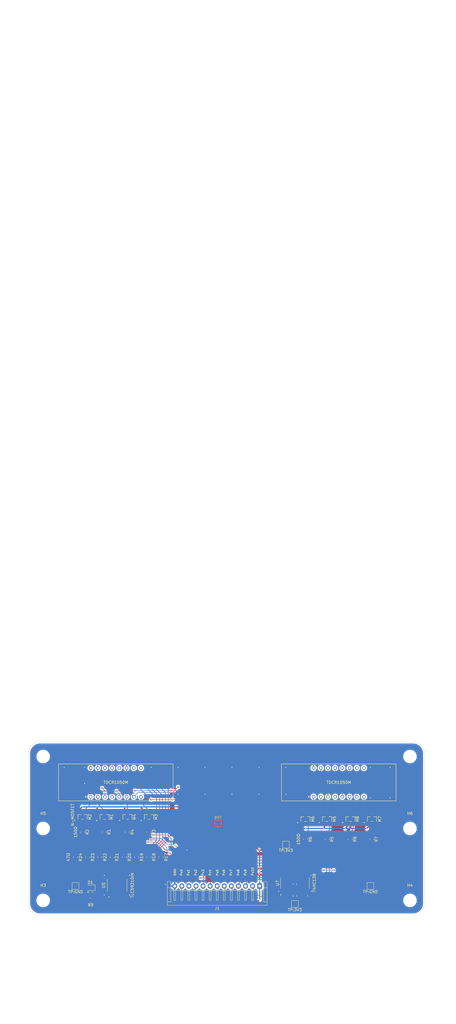
<source format=kicad_pcb>
(kicad_pcb (version 20240108) (generator "pcbnew") (generator_version "8.0")
  (layers (0 "F.Cu" signal) (31 "B.Cu" signal) (34 "B.Paste" user) (35 "F.Paste" user) (36 "B.SilkS" user "B.Silkscreen") (37 "F.SilkS" user "F.Silkscreen") (38 "B.Mask" user) (39 "F.Mask" user) (44 "Edge.Cuts" user))
  (net 0 "")
  (net 1 "GND")
  (net 2 "PB9")
  (net 3 "PB8")
  (net 4 "+3.3V")
  (net 5 "PB4")
  (net 6 "PB6")
  (net 7 "PB0")
  (net 8 "PB5")
  (net 9 "PB2")
  (net 10 "PB1")
  (net 11 "PB3")
  (net 12 "PB7")
  (net 13 "PB10")
  (net 14 "R1")
  (net 15 "R2")
  (net 16 "R3")
  (net 17 "R4")
  (net 18 "R5")
  (net 19 "R6")
  (net 20 "E")
  (net 21 "R7")
  (net 22 "D")
  (net 23 "C")
  (net 24 "B")
  (net 25 "A")
  (net 26 "R8")
  (net 27 "H")
  (net 28 "G")
  (net 29 "F")
  (net 30 "C2")
  (net 32 "C3")
  (net 35 "C1")
  (net 36 "C4")
  (net 38 "C8")
  (net 39 "C5")
  (net 40 "C7")
  (net 41 "C6")
  (net 42 "Net-(M1A-B)")
  (net 43 "Net-(M2A-B)")
  (net 44 "Net-(M3A-B)")
  (net 45 "Net-(M4A-B)")
  (net 46 "Net-(M5A-B)")
  (net 47 "Net-(M6A-B)")
  (net 48 "Net-(M7A-B)")
  (net 49 "Net-(M8A-B)")
  (net 54 "Net-(D1-A)")
  (net 57 "Net-(U5-*Y1)")
  (net 58 "Net-(U5-*Y2)")
  (net 59 "Net-(U5-*Y3)")
  (net 60 "Net-(U5-*Y4)")
  (net 61 "Net-(U5-*Y5)")
  (net 62 "Net-(U5-*Y6)")
  (net 63 "Net-(U5-*Y7)")
  (net 64 "Net-(U5-*Y8)")
  (footprint "Resistor_SMD:R_0805_2012Metric_Pad1.20x1.40mm_HandSolder" (layer "F.Cu") (at 87.63 161.283452 -90)
    (property "Reference" "R1")
    (property "Value" "150Ω")
  )
  (footprint "Resistor_SMD:R_0805_2012Metric_Pad1.20x1.40mm_HandSolder" (layer "F.Cu") (at 107.696 170.148 90)
    (property "Reference" "R17")
    (property "Value" "47Ω")
  )
  (footprint "Resistor_SMD:R_0805_2012Metric_Pad1.20x1.40mm_HandSolder" (layer "F.Cu") (at 99.06 170.164 90)
    (property "Reference" "R19")
    (property "Value" "47Ω")
  )
  (footprint "TLC59211IPWR-LEDDRIVER:SOP65P640X120-20N" (layer "F.Cu") (at 92.162 180.046 90)
    (property "Reference" "U5")
    (property "Value" "TLC59210IN")
  )
  (footprint "Connector_JST:JST_EH_S13B-EH_1x13_P2.50mm_Horizontal" (layer "F.Cu") (at 142.508 180.3475 180)
    (property "Reference" "J1")
    (property "Value" "Conn_01x13_Socket")
  )
  (footprint "TestPoint:TestPoint_Pad_2.0x2.0mm" (layer "F.Cu") (at 151.765 165.735)
    (property "Reference" "TP3" (hide yes))
    (property "Value" "TP:3V3")
  )
  (footprint "Resistor_SMD:R_0805_2012Metric_Pad1.20x1.40mm_HandSolder" (layer "F.Cu") (at 80.01 161.283452 -90)
    (property "Reference" "R2")
    (property "Value" "150Ω")
  )
  (footprint "PMBT2907A_235:TO-236AB_SOT23_NEX" (layer "F.Cu") (at 182.183999 156.718)
    (property "Reference" "M7")
    (property "Value" "N-MOSFET")
  )
  (footprint "Resistor_SMD:R_0805_2012Metric_Pad1.20x1.40mm_HandSolder" (layer "F.Cu") (at 103.378 170.164 90)
    (property "Reference" "R18")
    (property "Value" "47Ω")
  )
  (footprint "Resistor_SMD:R_0805_2012Metric_Pad1.20x1.40mm_HandSolder" (layer "F.Cu") (at 77.47 170.164 90)
    (property "Reference" "R24")
    (property "Value" "47Ω")
  )
  (footprint "Resistor_SMD:R_0805_2012Metric_Pad1.20x1.40mm_HandSolder" (layer "F.Cu") (at 82.82 185.42 180)
    (property "Reference" "R9")
    (property "Value" "xΩ")
  )
  (footprint "PMBT2907A_235:TO-236AB_SOT23_NEX" (layer "F.Cu") (at 103.443999 155.956)
    (property "Reference" "M3")
    (property "Value" "N-MOSFET")
  )
  (footprint "MountingHole:MountingHole_4.3mm_M4" (layer "F.Cu") (at 195.58 160.02)
    (property "Reference" "H6")
    (property "Value" "2M")
  )
  (footprint "Resistor_SMD:R_0805_2012Metric_Pad1.20x1.40mm_HandSolder" (layer "F.Cu") (at 81.788 170.164 90)
    (property "Reference" "R23")
    (property "Value" "47Ω")
  )
  (footprint "TDCR1050M-4-7-seg-display:TDCG1060M_VIS" (layer "F.Cu") (at 161.544 148.844 90)
    (property "Reference" "U2" (hide yes))
    (property "Value" "TDCR1050M")
  )
  (footprint "MountingHole:MountingHole_4.3mm_M4" (layer "F.Cu") (at 66.04 134.62)
    (property "Reference" "H1" (hide yes))
    (property "Value" "2M")
  )
  (footprint "TDCR1050M-4-7-seg-display:TDCG1060M_VIS" (layer "F.Cu") (at 82.804 148.844 90)
    (property "Reference" "U1" (hide yes))
    (property "Value" "TDCR1050M")
  )
  (footprint "MountingHole:MountingHole_4.3mm_M4" (layer "F.Cu") (at 66.04 185.42)
    (property "Reference" "H3")
    (property "Value" "2M")
  )
  (footprint "PMBT2907A_235:TO-236AB_SOT23_NEX" (layer "F.Cu") (at 166.304001 156.718)
    (property "Reference" "M5")
    (property "Value" "N-MOSFET")
  )
  (footprint "MountingHole:MountingHole_4.3mm_M4" (layer "F.Cu") (at 66.04 160.02)
    (property "Reference" "H5")
    (property "Value" "2M")
  )
  (footprint "Resistor_SMD:R_0805_2012Metric_Pad1.20x1.40mm_HandSolder" (layer "F.Cu") (at 182.118 163.846 -90)
    (property "Reference" "R7")
    (property "Value" "150Ω")
  )
  (footprint "Resistor_SMD:R_0805_2012Metric_Pad1.20x1.40mm_HandSolder" (layer "F.Cu") (at 174.498 163.846 -90)
    (property "Reference" "R8")
    (property "Value" "150Ω")
  )
  (footprint "PMBT2907A_235:TO-236AB_SOT23_NEX" (layer "F.Cu") (at 95.823999 155.956)
    (property "Reference" "M4")
    (property "Value" "N-MOSFET")
  )
  (footprint "TestPoint:TestPoint_Pad_2.0x2.0mm" (layer "F.Cu") (at 154.94 186.69)
    (property "Reference" "TP2" (hide yes))
    (property "Value" "TP:3V3")
  )
  (footprint "Resistor_SMD:R_0805_2012Metric_Pad1.20x1.40mm_HandSolder" (layer "F.Cu") (at 86.106 170.164 90)
    (property "Reference" "R22")
    (property "Value" "47Ω")
  )
  (footprint "PMBT2907A_235:TO-236AB_SOT23_NEX" (layer "F.Cu") (at 174.563999 156.718)
    (property "Reference" "M8")
    (property "Value" "N-MOSFET")
  )
  (footprint "PMBT2907A_235:TO-236AB_SOT23_NEX" (layer "F.Cu") (at 158.684001 156.718)
    (property "Reference" "M6")
    (property "Value" "N-MOSFET")
  )
  (footprint "SN74HC138DR-MUX:SOIC127P600X175-16N" (layer "F.Cu") (at 154.94 179.324 90)
    (property "Reference" "U7")
    (property "Value" "74HC138")
  )
  (footprint "MountingHole:MountingHole_4.3mm_M4" (layer "F.Cu") (at 195.58 185.42)
    (property "Reference" "H4")
    (property "Value" "2M")
  )
  (footprint "Resistor_SMD:R_0805_2012Metric_Pad1.20x1.40mm_HandSolder" (layer "F.Cu") (at 95.758 161.283452 -90)
    (property "Reference" "R4")
    (property "Value" "150Ω")
  )
  (footprint "MountingHole:MountingHole_4.3mm_M4" (layer "F.Cu") (at 195.58 134.62)
    (property "Reference" "H2" (hide yes))
    (property "Value" "2M")
  )
  (footprint "Resistor_SMD:R_0805_2012Metric_Pad1.20x1.40mm_HandSolder" (layer "F.Cu") (at 158.75 163.846 -90)
    (property "Reference" "R6")
    (property "Value" "150Ω")
  )
  (footprint "Resistor_SMD:R_0805_2012Metric_Pad1.20x1.40mm_HandSolder" (layer "F.Cu") (at 94.742 170.164 90)
    (property "Reference" "R20")
    (property "Value" "47Ω")
  )
  (footprint "Resistor_SMD:R_0805_2012Metric_Pad1.20x1.40mm_HandSolder" (layer "F.Cu") (at 90.424 170.164 90)
    (property "Reference" "R21")
    (property "Value" "47Ω")
  )
  (footprint "PMBT2907A_235:TO-236AB_SOT23_NEX" (layer "F.Cu") (at 79.944001 155.956)
    (property "Reference" "M2")
    (property "Value" "N-MOSFET")
  )
  (footprint "LED_SMD:LED_0805_2012Metric" (layer "F.Cu") (at 82.7255 180.975 180)
    (property "Reference" "D1")
    (property "Value" "LED")
  )
  (footprint "PMBT2907A_235:TO-236AB_SOT23_NEX" (layer "F.Cu") (at 87.698798 155.956)
    (property "Reference" "M1")
    (property "Value" "N-MOSFET")
  )
  (footprint "Resistor_SMD:R_0805_2012Metric_Pad1.20x1.40mm_HandSolder" (layer "F.Cu") (at 103.378 161.283452 -90)
    (property "Reference" "R3")
    (property "Value" "150Ω")
  )
  (footprint "Resistor_SMD:R_0805_2012Metric_Pad1.20x1.40mm_HandSolder" (layer "F.Cu") (at 166.37 163.83 -90)
    (property "Reference" "R5")
    (property "Value" "150Ω")
  )
  (footprint "TestPoint:TestPoint_Pad_2.0x2.0mm" (layer "F.Cu") (at 77.47 180.34)
    (property "Reference" "TP4" (hide yes))
    (property "Value" "TP:GND")
  )
  (footprint "TestPoint:TestPoint_Pad_2.0x2.0mm" (layer "F.Cu") (at 181.61 180.34)
    (property "Reference" "TP5" (hide yes))
    (property "Value" "TP:GND")
  )
  (footprint "TestPoint:TestPoint_Pad_2.0x2.0mm" (layer "B.Cu") (at 127.762 158.242 180)
    (property "Reference" "TP6")
    (property "Value" "TP:GND")
  )
  (gr_line (start 64.96 129.54) (end 196.66 129.54) (stroke (width 0.1)) (layer "Edge.Cuts"))
  (gr_arc (start 60.96 133.54) (mid 62.131573 130.711573) (end 64.96 129.54) (stroke (width 0.1)) (layer "Edge.Cuts"))
  (gr_arc (start 64.96 190.5) (mid 62.131573 189.328427) (end 60.96 186.5) (stroke (width 0.1)) (layer "Edge.Cuts"))
  (gr_line (start 196.66 190.5) (end 64.96 190.5) (stroke (width 0.1)) (layer "Edge.Cuts"))
  (gr_arc (start 200.66 186.5) (mid 199.488427 189.328427) (end 196.66 190.5) (stroke (width 0.1)) (layer "Edge.Cuts"))
  (gr_line (start 200.66 133.54) (end 200.66 186.5) (stroke (width 0.1)) (layer "Edge.Cuts"))
  (gr_line (start 60.96 186.5) (end 60.96 133.54) (stroke (width 0.1)) (layer "Edge.Cuts"))
  (gr_arc (start 196.66 129.54) (mid 199.488427 130.711573) (end 200.66 133.54) (stroke (width 0.1)) (layer "Edge.Cuts"))
  (gr_text "Px8" (at 135.382 176.784 90) (layer "F.SilkS") (effects (font (size 0.8 0.8) (thickness 0.15) (bold yes)) (justify left bottom)))
  (gr_text "Px9" (at 137.922 176.784 90) (layer "F.SilkS") (effects (font (size 0.8 0.8) (thickness 0.15) (bold yes)) (justify left bottom)))
  (gr_text "GND" (at 113.03 176.784 90) (layer "F.SilkS") (effects (font (size 0.8 0.8) (thickness 0.15) (bold yes)) (justify left bottom)))
  (gr_text "+3V3" (at 142.748 176.784 90) (layer "F.SilkS") (effects (font (size 0.8 0.8) (thickness 0.15) (bold yes)) (justify left bottom)))
  (gr_text "Px3" (at 122.936 176.784 90) (layer "F.SilkS") (effects (font (size 0.8 0.8) (thickness 0.15) (bold yes)) (justify left bottom)))
  (gr_text "Px4" (at 125.476 176.784 90) (layer "F.SilkS") (effects (font (size 0.8 0.8) (thickness 0.15) (bold yes)) (justify left bottom)))
  (gr_text "Px7" (at 132.842 176.784 90) (layer "F.SilkS") (effects (font (size 0.8 0.8) (thickness 0.15) (bold yes)) (justify left bottom)))
  (gr_text "Px10" (at 140.462 176.784 90) (layer "F.SilkS") (effects (font (size 0.8 0.8) (thickness 0.15) (bold yes)) (justify left bottom)))
  (gr_text "150Ω" (at 156.21 163.83 90) (layer "F.SilkS") (effects (font (size 1 1))))
  (gr_text "Px0" (at 115.316 176.784 90) (layer "F.SilkS") (effects (font (size 0.8 0.8) (thickness 0.15) (bold yes)) (justify left bottom)))
  (gr_text "Px1" (at 117.814677 176.784 90) (layer "F.SilkS") (effects (font (size 0.8 0.8) (thickness 0.15) (bold yes)) (justify left bottom)))
  (gr_text "Px6" (at 130.302 176.784 90) (layer "F.SilkS") (effects (font (size 0.8 0.8) (thickness 0.15) (bold yes)) (justify left bottom)))
  (gr_text "- +\n" (at 84.109663 182.895507 0) (layer "F.SilkS") (effects (font (size 0.8 0.8) (thickness 0.15) (bold yes)) (justify left bottom mirror)))
  (gr_text "Px2" (at 120.396 176.784 90) (layer "F.SilkS") (effects (font (size 0.8 0.8) (thickness 0.15) (bold yes)) (justify left bottom)))
  (gr_text "Px5" (at 128.016 176.784 90) (layer "F.SilkS") (effects (font (size 0.8 0.8) (thickness 0.15) (bold yes)) (justify left bottom)))
  (segment (start 95.874 177.176) (end 96.52 176.53) (width 0.45) (layer "F.Cu") (net 1))
  (segment (start 95.087 177.176) (end 95.874 177.176) (width 0.45) (layer "F.Cu") (net 1))
  (via (at 160.740814 182.245) (size 0.6) (drill 0.3) (layers "F.Cu" "B.Cu") (net 1))
  (via (at 96.52 183.515) (size 0.6) (drill 0.3) (layers "F.Cu" "B.Cu") (net 1))
  (via (at 149.225 182.245) (size 0.6) (drill 0.3) (layers "F.Cu" "B.Cu") (net 1))
  (via (at 87.63 183.515) (size 0.6) (drill 0.3) (layers "F.Cu" "B.Cu") (net 1))
  (via (at 80.645 144.145) (size 0.6) (drill 0.3) (layers "F.Cu" "B.Cu") (net 1))
  (via (at 113.665 147.955) (size 0.6) (drill 0.3) (layers "F.Cu" "B.Cu") (net 1))
  (via (at 123.19 147.955) (size 0.6) (drill 0.3) (layers "F.Cu" "B.Cu") (net 1))
  (via (at 181.61 138.43) (size 0.6) (drill 0.3) (layers "F.Cu" "B.Cu") (net 1))
  (via (at 123.19 138.43) (size 0.6) (drill 0.3) (layers "F.Cu" "B.Cu") (net 1))
  (via (at 151.765 138.43) (size 0.6) (drill 0.3) (layers "F.Cu" "B.Cu") (net 1))
  (via (at 113.665 138.43) (size 0.6) (drill 0.3) (layers "F.Cu" "B.Cu") (net 1))
  (via (at 96.52 176.53) (size 0.6) (drill 0.3) (layers "F.Cu" "B.Cu") (net 1))
  (via (at 132.715 147.955) (size 0.6) (drill 0.3) (layers "F.Cu" "B.Cu") (net 1))
  (via (at 188.595 149.225) (size 0.6) (drill 0.3) (layers "F.Cu" "B.Cu") (net 1))
  (via (at 87.63 176.53) (size 0.6) (drill 0.3) (layers "F.Cu" "B.Cu") (net 1))
  (via (at 154.305 179.677841) (size 0.6) (drill 0.3) (layers "F.Cu" "B.Cu") (net 1))
  (via (at 155.575 183.897367) (size 0.6) (drill 0.3) (layers "F.Cu" "B.Cu") (net 1))
  (via (at 142.24 138.43) (size 0.6) (drill 0.3) (layers "F.Cu" "B.Cu") (net 1))
  (via (at 142.24 147.955) (size 0.6) (drill 0.3) (layers "F.Cu" "B.Cu") (net 1))
  (via (at 104.14 138.43) (size 0.6) (drill 0.3) (layers "F.Cu" "B.Cu") (net 1))
  (via (at 155.575 179.705) (size 0.6) (drill 0.3) (layers "F.Cu" "B.Cu") (net 1))
  (via (at 132.715 138.43) (size 0.6) (drill 0.3) (layers "F.Cu" "B.Cu") (net 1))
  (via (at 181.61 149.225) (size 0.6) (drill 0.3) (layers "F.Cu" "B.Cu") (net 1))
  (via (at 109.22 179.832) (size 0.6) (drill 0.3) (layers "F.Cu" "B.Cu") (net 1))
  (via (at 154.305 183.897367) (size 0.6) (drill 0.3) (layers "F.Cu" "B.Cu") (net 1))
  (via (at 188.595 138.43) (size 0.6) (drill 0.3) (layers "F.Cu" "B.Cu") (net 1))
  (via (at 73.474895 138.411431) (size 0.6) (drill 0.3) (layers "F.Cu" "B.Cu") (net 1))
  (via (at 160.655 176.53) (size 0.6) (drill 0.3) (layers "F.Cu" "B.Cu") (net 1))
  (via (at 159.375074 183.81583) (size 0.6) (drill 0.3) (layers "F.Cu" "B.Cu") (net 1))
  (via (at 80.645 138.43) (size 0.6) (drill 0.3) (layers "F.Cu" "B.Cu") (net 1))
  (via (at 151.765 147.955) (size 0.6) (drill 0.3) (layers "F.Cu" "B.Cu") (net 1))
  (via (at 116.84 167.64) (size 0.6) (drill 0.3) (layers "F.Cu" "B.Cu") (net 1))
  (segment (start 112.508 180.3475) (end 112.508 171.972) (width 0.45) (layer "B.Cu") (net 1))
  (segment (start 112.508 171.972) (end 116.84 167.64) (width 0.45) (layer "B.Cu") (net 1))
  (segment (start 143.531276 178.075276) (end 148.844 183.388) (width 0.2032) (layer "F.Cu") (net 2))
  (segment (start 137.668 179.952) (end 137.762 180.046) (width 0.2032) (layer "F.Cu") (net 2))
  (segment (start 137.762 179.832) (end 137.762 179.23) (width 0.2032) (layer "F.Cu") (net 2))
  (segment (start 148.844 183.388) (end 151.160999 183.388) (width 0.2032) (layer "F.Cu") (net 2))
  (segment (start 151.160999 183.388) (end 151.765 182.783999) (width 0.2032) (layer "F.Cu") (net 2))
  (segment (start 151.765 182.783999) (end 151.765 181.799) (width 0.2032) (layer "F.Cu") (net 2))
  (segment (start 138.916724 178.075276) (end 143.531276 178.075276) (width 0.2032) (layer "F.Cu") (net 2))
  (segment (start 137.762 179.23) (end 138.916724 178.075276) (width 0.2032) (layer "F.Cu") (net 2))
  (segment (start 137.508 180.086) (end 137.762 179.832) (width 0.2032) (layer "F.Cu") (net 2))
  (segment (start 137.508 180.3475) (end 137.508 180.086) (width 0.2032) (layer "F.Cu") (net 2))
  (segment (start 137.762 180.046) (end 137.762 179.832) (width 0.2032) (layer "F.Cu") (net 2))
  (segment (start 147.828 177.292) (end 150.495 179.959) (width 0.2032) (layer "F.Cu") (net 3))
  (segment (start 135.262 179.324) (end 135.262 178.682) (width 0.2032) (layer "F.Cu") (net 3))
  (segment (start 135.008 179.578) (end 135.262 179.324) (width 0.2032) (layer "F.Cu") (net 3))
  (segment (start 135.008 180.3475) (end 135.008 179.578) (width 0.2032) (layer "F.Cu") (net 3))
  (segment (start 136.652 177.292) (end 147.828 177.292) (width 0.2032) (layer "F.Cu") (net 3))
  (segment (start 135.262 180.046) (end 135.262 179.324) (width 0.2032) (layer "F.Cu") (net 3))
  (segment (start 150.495 179.959) (end 150.495 181.799) (width 0.2032) (layer "F.Cu") (net 3))
  (segment (start 135.262 178.682) (end 136.652 177.292) (width 0.2032) (layer "F.Cu") (net 3))
  (segment (start 127 152.4) (end 113.03 152.4) (width 0.45) (layer "F.Cu") (net 4))
  (segment (start 155.04968 186.69) (end 140.97 186.69) (width 0.45) (layer "F.Cu") (net 4))
  (segment (start 86.36 186.69) (end 86.36 185.42) (width 0.45) (layer "F.Cu") (net 4))
  (segment (start 78.994 153.229719) (end 78.994 156.972) (width 0.45) (layer "F.Cu") (net 4))
  (segment (start 165.354 157.734) (end 165.354 159.766) (width 0.45) (layer "F.Cu") (net 4))
  (segment (start 142.508 185.152) (end 138.343061 189.316939) (width 0.45) (layer "F.Cu") (net 4))
  (segment (start 94.873998 152.401354) (end 94.873998 156.972) (width 0.45) (layer "F.Cu") (net 4))
  (segment (start 79.823719 152.4) (end 78.994 153.229719) (width 0.45) (layer "F.Cu") (net 4))
  (segment (start 85.09 152.4) (end 85.09 153.67) (width 0.45) (layer "F.Cu") (net 4))
  (segment (start 102.493998 154.563998) (end 100.33 152.4) (width 0.45) (layer "F.Cu") (net 4))
  (segment (start 86.36 181.61) (end 89.237 178.733) (width 0.45) (layer "F.Cu") (net 4))
  (segment (start 156.845 181.799) (end 156.845 184.89468) (width 0.45) (layer "F.Cu") (net 4))
  (segment (start 181.233998 157.734) (end 181.233998 159.126002) (width 0.45) (layer "F.Cu") (net 4))
  (segment (start 157.48 160.02) (end 154.94 162.56) (width 0.45) (layer "F.Cu") (net 4))
  (segment (start 158.75 160.02) (end 157.48 160.02) (width 0.45) (layer "F.Cu") (net 4))
  (segment (start 142.24 167.64) (end 127 152.4) (width 0.45) (layer "F.Cu") (net 4))
  (segment (start 85.09 153.67) (end 86.748797 155.328797) (width 0.45) (layer "F.Cu") (net 4))
  (segment (start 86.36 185.42) (end 86.36 181.61) (width 0.45) (layer "F.Cu") (net 4))
  (segment (start 142.508 175.26) (end 148.906 175.26) (width 0.45) (layer "F.Cu") (net 4))
  (segment (start 181.233998 159.126002) (end 180.34 160.02) (width 0.45) (layer "F.Cu") (net 4))
  (segment (start 140.97 186.69) (end 142.508 185.152) (width 0.45) (layer "F.Cu") (net 4))
  (segment (start 94.875352 152.4) (end 94.873998 152.401354) (width 0.45) (layer "F.Cu") (net 4))
  (segment (start 138.343061 189.316939) (end 88.986939 189.316939) (width 0.45) (layer "F.Cu") (net 4))
  (segment (start 89.237 178.733) (end 89.237 177.176) (width 0.45) (layer "F.Cu") (net 4))
  (segment (start 173.613998 157.734) (end 173.613998 159.126002) (width 0.45) (layer "F.Cu") (net 4))
  (segment (start 173.613998 159.126002) (end 172.72 160.02) (width 0.45) (layer "F.Cu") (net 4))
  (segment (start 86.748797 155.328797) (end 86.748797 156.972) (width 0.45) (layer "F.Cu") (net 4))
  (segment (start 148.906 175.26) (end 150.495 176.849) (width 0.45) (layer "F.Cu") (net 4))
  (segment (start 156.845 184.89468) (end 155.04968 186.69) (width 0.45) (layer "F.Cu") (net 4))
  (segment (start 83.82 185.42) (end 86.36 185.42) (width 0.45) (layer "F.Cu") (net 4))
  (segment (start 157.734 159.766) (end 157.734 157.734) (width 0.45) (layer "F.Cu") (net 4))
  (segment (start 149.86 167.64) (end 154.94 162.56) (width 0.45) (layer "F.Cu") (net 4))
  (segment (start 154.94 162.56) (end 157.734 159.766) (width 0.45) (layer "F.Cu") (net 4))
  (segment (start 165.354 159.766) (end 165.1 160.02) (width 0.45) (layer "F.Cu") (net 4))
  (segment (start 142.24 167.64) (end 149.86 167.64) (width 0.45) (layer "F.Cu") (net 4))
  (segment (start 102.493998 156.972) (end 102.493998 154.563998) (width 0.45) (layer "F.Cu") (net 4))
  (segment (start 88.986939 189.316939) (end 86.36 186.69) (width 0.45) (layer "F.Cu") (net 4))
  (via (at 85.09 152.4) (size 0.6) (drill 0.3) (layers "F.Cu" "B.Cu") (net 4))
  (via (at 142.508 185.152) (size 0.6) (drill 0.3) (layers "F.Cu" "B.Cu") (net 4))
  (via (at 180.34 160.02) (size 0.6) (drill 0.3) (layers "F.Cu" "B.Cu") (net 4))
  (via (at 94.875352 152.4) (size 0.6) (drill 0.3) (layers "F.Cu" "B.Cu") (net 4))
  (via (at 100.33 152.4) (size 0.6) (drill 0.3) (layers "F.Cu" "B.Cu") (net 4))
  (via (at 158.75 160.02) (size 0.6) (drill 0.3) (layers "F.Cu" "B.Cu") (net 4))
  (via (at 79.823719 152.4) (size 0.6) (drill 0.3) (layers "F.Cu" "B.Cu") (net 4))
  (via (at 113.03 152.4) (size 0.6) (drill 0.3) (layers "F.Cu" "B.Cu") (net 4))
  (via (at 142.508 175.26) (size 0.6) (drill 0.3) (layers "F.Cu" "B.Cu") (net 4))
  (via (at 172.72 160.02) (size 0.6) (drill 0.3) (layers "F.Cu" "B.Cu") (net 4))
  (via (at 165.1 160.02) (size 0.6) (drill 0.3) (layers "F.Cu" "B.Cu") (net 4))
  (via (at 142.24 167.64) (size 0.6) (drill 0.3) (layers "F.Cu" "B.Cu") (net 4))
  (segment (start 158.75 160.02) (end 165.1 160.02) (width 0.45) (layer "B.Cu") (net 4))
  (segment (start 142.508 167.908) (end 142.24 167.64) (width 0.45) (layer "B.Cu") (net 4))
  (segment (start 165.1 160.02) (end 172.72 160.02) (width 0.45) (layer "B.Cu") (net 4))
  (segment (start 79.823719 152.4) (end 113.03 152.4) (width 0.45) (layer "B.Cu") (net 4))
  (segment (start 142.508 180.3475) (end 142.508 175.26) (width 0.45) (layer "B.Cu") (net 4))
  (segment (start 172.72 160.02) (end 180.34 160.02) (width 0.45) (layer "B.Cu") (net 4))
  (segment (start 142.508 185.152) (end 142.508 180.3475) (width 0.45) (layer "B.Cu") (net 4))
  (segment (start 142.508 175.26) (end 142.508 167.908) (width 0.45) (layer "B.Cu") (net 4))
  (segment (start 91.654 179.03) (end 90.537 180.147) (width 0.2032) (layer "F.Cu") (net 5))
  (segment (start 90.537 180.147) (end 90.537 182.916) (width 0.2032) (layer "F.Cu") (net 5))
  (segment (start 121.7196 177.506) (end 98.258 177.506) (width 0.2032) (layer "F.Cu") (net 5))
  (segment (start 98.258 177.506) (end 96.734 179.03) (width 0.2032) (layer "F.Cu") (net 5))
  (segment (start 96.734 179.03) (end 91.654 179.03) (width 0.2032) (layer "F.Cu") (net 5))
  (via (at 121.7196 177.506) (size 0.6) (drill 0.3) (layers "F.Cu" "B.Cu") (net 5))
  (segment (start 125.008 180.3475) (end 125.008 179.578) (width 0.2032) (layer "B.Cu") (net 5))
  (segment (start 125.262 179.324) (end 125.262 180.046) (width 0.2032) (layer "B.Cu") (net 5))
  (segment (start 125.008 179.578) (end 125.262 179.324) (width 0.2032) (layer "B.Cu") (net 5))
  (segment (start 123.658 177.506) (end 125.262 179.11) (width 0.2032) (layer "B.Cu") (net 5))
  (segment (start 125.262 179.11) (end 125.262 179.324) (width 0.2032) (layer "B.Cu") (net 5))
  (segment (start 121.7196 177.506) (end 123.658 177.506) (width 0.2032) (layer "B.Cu") (net 5))
  (segment (start 130.262 180.046) (end 130.262 181.356) (width 0.2032) (layer "F.Cu") (net 6))
  (segment (start 130.262 181.356) (end 130.262 184.11) (width 0.2032) (layer "F.Cu") (net 6))
  (segment (start 130.008 180.3475) (end 130.008 181.102) (width 0.2032) (layer "F.Cu") (net 6))
  (segment (start 130.262 184.11) (end 128.738 185.634) (width 0.2032) (layer "F.Cu") (net 6))
  (segment (start 130.008 181.102) (end 130.262 181.356) (width 0.2032) (layer "F.Cu") (net 6))
  (segment (start 128.738 185.634) (end 93.686 185.634) (width 0.2032) (layer "F.Cu") (net 6))
  (segment (start 93.686 185.634) (end 92.487 184.435) (width 0.2032) (layer "F.Cu") (net 6))
  (segment (start 92.487 184.435) (end 92.487 182.916) (width 0.2032) (layer "F.Cu") (net 6))
  (segment (start 93.137 181.611) (end 94.222705 180.525295) (width 0.2032) (layer "F.Cu") (net 7))
  (segment (start 115.008 180.3) (end 115.262 180.046) (width 0.2032) (layer "F.Cu") (net 7))
  (segment (start 107.881295 180.525295) (end 110.45 183.094) (width 0.2032) (layer "F.Cu") (net 7))
  (segment (start 115.008 181.584) (end 115.008 180.3) (width 0.2032) (layer "F.Cu") (net 7))
  (segment (start 94.222705 180.525295) (end 107.881295 180.525295) (width 0.2032) (layer "F.Cu") (net 7))
  (segment (start 93.137 182.916) (end 93.137 181.611) (width 0.2032) (layer "F.Cu") (net 7))
  (segment (start 110.45 183.094) (end 113.498 183.094) (width 0.2032) (layer "F.Cu") (net 7))
  (segment (start 113.498 183.094) (end 115.008 181.584) (width 0.2032) (layer "F.Cu") (net 7))
  (segment (start 95.21 184.618) (end 94.437 183.845) (width 0.2032) (layer "F.Cu") (net 8))
  (segment (start 127.762 180.046) (end 127.762 183.562) (width 0.2032) (layer "F.Cu") (net 8))
  (segment (start 94.437 183.845) (end 94.437 182.916) (width 0.2032) (layer "F.Cu") (net 8))
  (segment (start 128.0085 180.848) (end 127.508 180.3475) (width 0.2032) (layer "F.Cu") (net 8))
  (segment (start 127.762 183.562) (end 126.706 184.618) (width 0.2032) (layer "F.Cu") (net 8))
  (segment (start 128.016 180.848) (end 128.0085 180.848) (width 0.2032) (layer "F.Cu") (net 8))
  (segment (start 126.706 184.618) (end 95.21 184.618) (width 0.2032) (layer "F.Cu") (net 8))
  (segment (start 93.787 182.916) (end 93.787 182.131001) (width 0.2032) (layer "F.Cu") (net 9))
  (segment (start 107.641647 181.301647) (end 109.942 183.602) (width 0.2032) (layer "F.Cu") (net 9))
  (segment (start 109.942 183.602) (end 117.642 183.602) (width 0.2032) (layer "F.Cu") (net 9))
  (segment (start 120.262 180.982) (end 120.262 180.046) (width 0.2032) (layer "F.Cu") (net 9))
  (segment (start 117.642 183.602) (end 120.262 180.982) (width 0.2032) (layer "F.Cu") (net 9))
  (segment (start 94.616354 181.301647) (end 107.641647 181.301647) (width 0.2032) (layer "F.Cu") (net 9))
  (segment (start 93.787 182.131001) (end 94.616354 181.301647) (width 0.2032) (layer "F.Cu") (net 9))
  (segment (start 92.67 179.538) (end 97.242 179.538) (width 0.2032) (layer "F.Cu") (net 10))
  (segment (start 117.762 180.0935) (end 117.762 180.046) (width 0.2032) (layer "F.Cu") (net 10))
  (segment (start 91.837 182.916) (end 91.837 180.371) (width 0.2032) (layer "F.Cu") (net 10))
  (segment (start 91.837 180.371) (end 92.67 179.538) (width 0.2032) (layer "F.Cu") (net 10))
  (segment (start 98.258 178.522) (end 115.6825 178.522) (width 0.2032) (layer "F.Cu") (net 10))
  (segment (start 115.6825 178.522) (end 117.508 180.3475) (width 0.2032) (layer "F.Cu") (net 10))
  (segment (start 117.508 180.3475) (end 117.762 180.0935) (width 0.2032) (layer "F.Cu") (net 10))
  (segment (start 97.242 179.538) (end 98.258 178.522) (width 0.2032) (layer "F.Cu") (net 10))
  (segment (start 122.134 176.49) (end 98.258 176.49) (width 0.2032) (layer "F.Cu") (net 11))
  (segment (start 96.226 178.522) (end 91.146 178.522) (width 0.2032) (layer "F.Cu") (net 11))
  (segment (start 91.146 178.522) (end 89.887 179.781) (width 0.2032) (layer "F.Cu") (net 11))
  (segment (start 122.508 180.3475) (end 122.508 180.3) (width 0.2032) (layer "F.Cu") (net 11))
  (segment (start 98.258 176.49) (end 96.226 178.522) (width 0.2032) (layer "F.Cu") (net 11))
  (segment (start 122.508 180.3) (end 122.762 180.046) (width 0.2032) (layer "F.Cu") (net 11))
  (segment (start 122.762 180.046) (end 122.762 177.118) (width 0.2032) (layer "F.Cu") (net 11))
  (segment (start 122.762 177.118) (end 122.134 176.49) (width 0.2032) (layer "F.Cu") (net 11))
  (segment (start 89.887 179.781) (end 89.887 182.916) (width 0.2032) (layer "F.Cu") (net 11))
  (segment (start 132.762 180.046) (end 132.762 181.356) (width 0.2032) (layer "F.Cu") (net 12))
  (segment (start 132.762 184.658) (end 130.77 186.65) (width 0.2032) (layer "F.Cu") (net 12))
  (segment (start 130.77 186.65) (end 92.67 186.65) (width 0.2032) (layer "F.Cu") (net 12))
  (segment (start 92.67 186.65) (end 91.187 185.167) (width 0.2032) (layer "F.Cu") (net 12))
  (segment (start 132.508 181.102) (end 132.762 181.356) (width 0.2032) (layer "F.Cu") (net 12))
  (segment (start 132.762 181.356) (end 132.762 184.658) (width 0.2032) (layer "F.Cu") (net 12))
  (segment (start 132.508 180.3475) (end 132.508 181.102) (width 0.2032) (layer "F.Cu") (net 12))
  (segment (start 91.187 185.167) (end 91.187 182.916) (width 0.2032) (layer "F.Cu") (net 12))
  (segment (start 140.262 181.918) (end 142.387002 184.043002) (width 0.2032) (layer "F.Cu") (net 13))
  (segment (start 153.035 183.261) (end 153.035 181.799) (width 0.2032) (layer "F.Cu") (net 13))
  (segment (start 140.262 180.046) (end 140.262 181.918) (width 0.2032) (layer "F.Cu") (net 13))
  (segment (start 142.387002 184.043002) (end 152.252998 184.043002) (width 0.2032) (layer "F.Cu") (net 13))
  (segment (start 140.008 180.648) (end 140.208 180.848) (width 0.2032) (layer "F.Cu") (net 13))
  (segment (start 140.008 180.648) (end 140.008 180.3475) (width 0.2032) (layer "F.Cu") (net 13))
  (segment (start 152.252998 184.043002) (end 153.035 183.261) (width 0.2032) (layer "F.Cu") (net 13))
  (segment (start 149.86 173.228) (end 151.765 175.133) (width 0.2032) (layer "F.Cu") (net 14))
  (segment (start 104.14 164.084) (end 87.884 164.084) (width 0.2032) (layer "F.Cu") (net 14))
  (segment (start 110.744 168.656) (end 115.316 173.228) (width 0.2032) (layer "F.Cu") (net 14))
  (segment (start 87.63 163.83) (end 87.63 162.283452) (width 0.2032) (layer "F.Cu") (net 14))
  (segment (start 115.316 173.228) (end 149.86 173.228) (width 0.2032) (layer "F.Cu") (net 14))
  (segment (start 151.765 175.133) (end 151.765 176.849) (width 0.2032) (layer "F.Cu") (net 14))
  (segment (start 87.884 164.084) (end 87.63 163.83) (width 0.2032) (layer "F.Cu") (net 14))
  (via (at 104.14 164.084) (size 0.6) (drill 0.3) (layers "F.Cu" "B.Cu") (net 14))
  (via (at 110.744 168.656) (size 0.6) (drill 0.3) (layers "F.Cu" "B.Cu") (net 14))
  (segment (start 110.744 168.656) (end 110.236 168.656) (width 0.2032) (layer "B.Cu") (net 14))
  (segment (start 110.236 168.656) (end 109.728 168.148) (width 0.2032) (layer "B.Cu") (net 14))
  (segment (start 107.022792 164.084) (end 104.14 164.084) (width 0.2032) (layer "B.Cu") (net 14))
  (segment (start 109.728 166.789208) (end 107.022792 164.084) (width 0.2032) (layer "B.Cu") (net 14))
  (segment (start 109.728 168.148) (end 109.728 166.789208) (width 0.2032) (layer "B.Cu") (net 14))
  (segment (start 111.252 167.64) (end 115.824 172.212) (width 0.2032) (layer "F.Cu") (net 15))
  (segment (start 109.22 167.64) (end 111.252 167.64) (width 0.2032) (layer "F.Cu") (net 15))
  (segment (start 150.368 172.212) (end 153.035 174.879) (width 0.2032) (layer "F.Cu") (net 15))
  (segment (start 80.471761 164.799761) (end 80.01 164.338) (width 0.2032) (layer "F.Cu") (net 15))
  (segment (start 103.124 164.818114) (end 103.105647 164.799761) (width 0.2032) (layer "F.Cu") (net 15))
  (segment (start 103.105647 164.799761) (end 80.471761 164.799761) (width 0.2032) (layer "F.Cu") (net 15))
  (segment (start 115.824 172.212) (end 150.368 172.212) (width 0.2032) (layer "F.Cu") (net 15))
  (segment (start 153.035 174.879) (end 153.035 176.849) (width 0.2032) (layer "F.Cu") (net 15))
  (segment (start 108.712 167.132) (end 109.22 167.64) (width 0.2032) (layer "F.Cu") (net 15))
  (segment (start 80.01 164.338) (end 80.01 162.283452) (width 0.2032) (layer "F.Cu") (net 15))
  (via (at 108.712 167.132) (size 0.6) (drill 0.3) (layers "F.Cu" "B.Cu") (net 15))
  (via (at 103.124 164.818114) (size 0.6) (drill 0.3) (layers "F.Cu" "B.Cu") (net 15))
  (segment (start 108.712 167.132) (end 106.398114 164.818114) (width 0.2032) (layer "B.Cu") (net 15))
  (segment (start 106.398114 164.818114) (end 103.124 164.818114) (width 0.2032) (layer "B.Cu") (net 15))
  (segment (start 154.294528 175.568318) (end 154.305 175.57879) (width 0.2032) (layer "F.Cu") (net 16))
  (segment (start 154.305 175.57879) (end 154.305 176.849) (width 0.2032) (layer "F.Cu") (net 16))
  (segment (start 104.879452 162.283452) (end 103.378 162.283452) (width 0.2032) (layer "F.Cu") (net 16))
  (segment (start 116.332 171.196) (end 150.876 171.196) (width 0.2032) (layer "F.Cu") (net 16))
  (segment (start 150.876 171.196) (end 154.294528 174.614528) (width 0.2032) (layer "F.Cu") (net 16))
  (segment (start 111.252 163.576) (end 111.252 166.116) (width 0.2032) (layer "F.Cu") (net 16))
  (segment (start 111.252 166.116) (end 116.332 171.196) (width 0.2032) (layer "F.Cu") (net 16))
  (segment (start 154.294528 174.614528) (end 154.294528 175.568318) (width 0.2032) (layer "F.Cu") (net 16))
  (via (at 104.879452 162.283452) (size 0.6) (drill 0.3) (layers "F.Cu" "B.Cu") (net 16))
  (via (at 111.252 163.576) (size 0.6) (drill 0.3) (layers "F.Cu" "B.Cu") (net 16))
  (segment (start 109.985772 162.309772) (end 104.905772 162.309772) (width 0.2032) (layer "B.Cu") (net 16))
  (segment (start 104.905772 162.309772) (end 104.879452 162.283452) (width 0.2032) (layer "B.Cu") (net 16))
  (segment (start 111.252 163.576) (end 109.985772 162.309772) (width 0.2032) (layer "B.Cu") (net 16))
  (segment (start 95.758 162.814) (end 95.758 162.283452) (width 0.2032) (layer "F.Cu") (net 17))
  (segment (start 112.776 166.116) (end 116.84 170.18) (width 0.2032) (layer "F.Cu") (net 17))
  (segment (start 155.575 174.582824) (end 155.575 176.849) (width 0.2032) (layer "F.Cu") (net 17))
  (segment (start 151.172176 170.18) (end 155.575 174.582824) (width 0.2032) (layer "F.Cu") (net 17))
  (segment (start 116.84 170.18) (end 151.172176 170.18) (width 0.2032) (layer "F.Cu") (net 17))
  (segment (start 105.156 163.4712) (end 96.4152 163.4712) (width 0.2032) (layer "F.Cu") (net 17))
  (segment (start 96.4152 163.4712) (end 95.758 162.814) (width 0.2032) (layer "F.Cu") (net 17))
  (via (at 112.776 166.116) (size 0.6) (drill 0.3) (layers "F.Cu" "B.Cu") (net 17))
  (via (at 105.156 163.4712) (size 0.6) (drill 0.3) (layers "F.Cu" "B.Cu") (net 17))
  (segment (start 107.5912 163.4712) (end 105.156 163.4712) (width 0.2032) (layer "B.Cu") (net 17))
  (segment (start 112.776 166.116) (end 112.268 165.608) (width 0.2032) (layer "B.Cu") (net 17))
  (segment (start 109.728 165.608) (end 107.5912 163.4712) (width 0.2032) (layer "B.Cu") (net 17))
  (segment (start 112.268 165.608) (end 109.728 165.608) (width 0.2032) (layer "B.Cu") (net 17))
  (segment (start 157.48 178.816) (end 164.084 178.816) (width 0.2032) (layer "F.Cu") (net 18))
  (segment (start 166.116 176.784) (end 166.116 165.084) (width 0.2032) (layer "F.Cu") (net 18))
  (segment (start 166.116 165.084) (end 166.37 164.83) (width 0.2032) (layer "F.Cu") (net 18))
  (segment (start 156.845 178.181) (end 157.48 178.816) (width 0.2032) (layer "F.Cu") (net 18))
  (segment (start 164.084 178.816) (end 166.116 176.784) (width 0.2032) (layer "F.Cu") (net 18))
  (segment (start 156.845 176.849) (end 156.845 178.181) (width 0.2032) (layer "F.Cu") (net 18))
  (segment (start 158.115 168.529) (end 158.75 167.894) (width 0.2032) (layer "F.Cu") (net 19))
  (segment (start 158.75 167.894) (end 158.75 164.846) (width 0.2032) (layer "F.Cu") (net 19))
  (segment (start 158.115 176.849) (end 158.115 168.529) (width 0.2032) (layer "F.Cu") (net 19))
  (segment (start 171.704 144.018) (end 174.244 141.478) (width 0.2032) (layer "F.Cu") (net 20))
  (segment (start 96.012 136.906) (end 155.448 136.906) (width 0.2032) (layer "F.Cu") (net 20))
  (segment (start 155.448 136.906) (end 156.464 137.922) (width 0.2032) (layer "F.Cu") (net 20))
  (segment (start 156.464 137.922) (end 156.464 141.478) (width 0.2032) (layer "F.Cu") (net 20))
  (segment (start 107.696 166.624) (end 107.696 169.148) (width 0.2032) (layer "F.Cu") (net 20))
  (segment (start 110.236 164.084) (end 107.696 166.624) (width 0.2032) (layer "F.Cu") (net 20))
  (segment (start 110.236 146.304) (end 110.236 164.084) (width 0.2032) (layer "F.Cu") (net 20))
  (segment (start 159.004 144.018) (end 171.704 144.018) (width 0.2032) (layer "F.Cu") (net 20))
  (segment (start 174.244 141.478) (end 174.244 138.684) (width 0.2032) (layer "F.Cu") (net 20))
  (segment (start 156.464 141.478) (end 159.004 144.018) (width 0.2032) (layer "F.Cu") (net 20))
  (segment (start 95.504 140.208) (end 96.52 141.224) (width 0.2032) (layer "F.Cu") (net 20))
  (segment (start 95.504 137.414) (end 96.012 136.906) (width 0.2032) (layer "F.Cu") (net 20))
  (segment (start 95.504 138.684) (end 95.504 140.208) (width 0.2032) (layer "F.Cu") (net 20))
  (segment (start 96.52 141.224) (end 105.156 141.224) (width 0.2032) (layer "F.Cu") (net 20))
  (segment (start 95.504 138.684) (end 95.504 137.414) (width 0.2032) (layer "F.Cu") (net 20))
  (segment (start 105.156 141.224) (end 110.236 146.304) (width 0.2032) (layer "F.Cu") (net 20))
  (segment (start 168.656 174.752) (end 175.26 174.752) (width 0.2032) (layer "F.Cu") (net 21))
  (segment (start 182.118 167.894) (end 182.118 164.846) (width 0.2032) (layer "F.Cu") (net 21))
  (segment (start 175.26 174.752) (end 182.118 167.894) (width 0.2032) (layer "F.Cu") (net 21))
  (segment (start 160.02 174.752) (end 165.1 174.752) (width 0.2032) (layer "F.Cu") (net 21))
  (segment (start 159.385 176.849) (end 159.385 175.387) (width 0.2032) (layer "F.Cu") (net 21))
  (segment (start 159.385 175.387) (end 160.02 174.752) (width 0.2032) (layer "F.Cu") (net 21))
  (via (at 165.1 174.752) (size 0.6) (drill 0.3) (layers "F.Cu" "B.Cu") (net 21))
  (via (at 168.656 174.752) (size 0.6) (drill 0.3) (layers "F.Cu" "B.Cu") (net 21))
  (segment (start 165.1 174.752) (end 168.656 174.752) (width 0.2032) (layer "B.Cu") (net 21))
  (segment (start 109.22 164.084) (end 109.22 147.32) (width 0.2032) (layer "F.Cu") (net 22))
  (segment (start 106.172 167.132) (end 109.22 164.084) (width 0.2032) (layer "F.Cu") (net 22))
  (segment (start 90.424 136.906) (end 90.424 138.684) (width 0.2032) (layer "F.Cu") (net 22))
  (segment (start 103.378 169.164) (end 103.378 167.894) (width 0.2032) (layer "F.Cu") (net 22))
  (segment (start 157.734 136.906) (end 156.718 135.89) (width 0.2032) (layer "F.Cu") (net 22))
  (segment (start 103.378 167.894) (end 104.14 167.132) (width 0.2032) (layer "F.Cu") (net 22))
  (segment (start 157.734 140.97) (end 157.734 136.906) (width 0.2032) (layer "F.Cu") (net 22))
  (segment (start 91.948 142.24) (end 90.424 140.716) (width 0.2032) (layer "F.Cu") (net 22))
  (segment (start 169.164 138.684) (end 169.164 141.224) (width 0.2032) (layer "F.Cu") (net 22))
  (segment (start 159.766 143.002) (end 157.734 140.97) (width 0.2032) (layer "F.Cu") (net 22))
  (segment (start 104.14 167.132) (end 106.172 167.132) (width 0.2032) (layer "F.Cu") (net 22))
  (segment (start 91.44 135.89) (end 90.424 136.906) (width 0.2032) (layer "F.Cu") (net 22))
  (segment (start 104.14 142.24) (end 91.948 142.24) (width 0.2032) (layer "F.Cu") (net 22))
  (segment (start 167.386 143.002) (end 159.766 143.002) (width 0.2032) (layer "F.Cu") (net 22))
  (segment (start 169.164 141.224) (end 167.386 143.002) (width 0.2032) (layer "F.Cu") (net 22))
  (segment (start 109.22 147.32) (end 104.14 142.24) (width 0.2032) (layer "F.Cu") (net 22))
  (segment (start 156.718 135.89) (end 91.44 135.89) (width 0.2032) (layer "F.Cu") (net 22))
  (segment (start 90.424 140.716) (end 90.424 138.684) (width 0.2032) (layer "F.Cu") (net 22))
  (segment (start 158.75 136.398) (end 157.226 134.874) (width 0.2032) (layer "F.Cu") (net 23))
  (segment (start 87.884 136.144) (end 87.884 138.684) (width 0.2032) (layer "F.Cu") (net 23))
  (segment (start 90.424 143.256) (end 103.124 143.256) (width 0.2032) (layer "F.Cu") (net 23))
  (segment (start 158.75 140.462) (end 158.75 136.398) (width 0.2032) (layer "F.Cu") (net 23))
  (segment (start 157.226 134.874) (end 89.154 134.874) (width 0.2032) (layer "F.Cu") (net 23))
  (segment (start 166.624 138.684) (end 166.624 140.716) (width 0.2032) (layer "F.Cu") (net 23))
  (segment (start 160.274 141.986) (end 158.75 140.462) (width 0.2032) (layer "F.Cu") (net 23))
  (segment (start 103.124 143.256) (end 108.204 148.336) (width 0.2032) (layer "F.Cu") (net 23))
  (segment (start 108.204 164.084) (end 105.664 166.624) (width 0.2032) (layer "F.Cu") (net 23))
  (segment (start 166.624 140.716) (end 165.354 141.986) (width 0.2032) (layer "F.Cu") (net 23))
  (segment (start 87.884 140.716) (end 90.424 143.256) (width 0.2032) (layer "F.Cu") (net 23))
  (segment (start 99.06 167.64) (end 99.06 169.164) (width 0.2032) (layer "F.Cu") (net 23))
  (segment (start 105.664 166.624) (end 100.076 166.624) (width 0.2032) (layer "F.Cu") (net 23))
  (segment (start 87.884 138.684) (end 87.884 140.716) (width 0.2032) (layer "F.Cu") (net 23))
  (segment (start 108.204 148.336) (end 108.204 164.084) (width 0.2032) (layer "F.Cu") (net 23))
  (segment (start 100.076 166.624) (end 99.06 167.64) (width 0.2032) (layer "F.Cu") (net 23))
  (segment (start 165.354 141.986) (end 160.274 141.986) (width 0.2032) (layer "F.Cu") (net 23))
  (segment (start 89.154 134.874) (end 87.884 136.144) (width 0.2032) (layer "F.Cu") (net 23))
  (segment (start 164.084 139.7) (end 162.814 140.97) (width 0.2032) (layer "F.Cu") (net 24))
  (segment (start 160.782 140.97) (end 159.766 139.954) (width 0.2032) (layer "F.Cu") (net 24))
  (segment (start 94.742 167.386) (end 96.012 166.116) (width 0.2032) (layer "F.Cu") (net 24))
  (segment (start 159.766 135.89) (end 157.734 133.858) (width 0.2032) (layer "F.Cu") (net 24))
  (segment (start 159.766 139.954) (end 159.766 135.89) (width 0.2032) (layer "F.Cu") (net 24))
  (segment (start 86.36 133.858) (end 85.344 134.874) (width 0.2032) (layer "F.Cu") (net 24))
  (segment (start 162.814 140.97) (end 160.782 140.97) (width 0.2032) (layer "F.Cu") (net 24))
  (segment (start 157.734 133.858) (end 86.36 133.858) (width 0.2032) (layer "F.Cu") (net 24))
  (segment (start 102.334058 143.990058) (end 88.618058 143.990058) (width 0.2032) (layer "F.Cu") (net 24))
  (segment (start 85.344 134.874) (end 85.344 138.684) (width 0.2032) (layer "F.Cu") (net 24))
  (segment (start 105.156 166.116) (end 107.188 164.084) (width 0.2032) (layer "F.Cu") (net 24))
  (segment (start 164.084 138.684) (end 164.084 139.7) (width 0.2032) (layer "F.Cu") (net 24))
  (segment (start 85.344 140.716) (end 85.344 138.684) (width 0.2032) (layer "F.Cu") (net 24))
  (segment (start 96.012 166.116) (end 105.156 166.116) (width 0.2032) (layer "F.Cu") (net 24))
  (segment (start 88.618058 143.990058) (end 85.344 140.716) (width 0.2032) (layer "F.Cu") (net 24))
  (segment (start 107.188 164.084) (end 107.188 148.844) (width 0.2032) (layer "F.Cu") (net 24))
  (segment (start 94.742 169.164) (end 94.742 167.386) (width 0.2032) (layer "F.Cu") (net 24))
  (segment (start 107.188 148.844) (end 102.334058 143.990058) (width 0.2032) (layer "F.Cu") (net 24))
  (segment (start 91.948 165.608) (end 104.648 165.608) (width 0.2032) (layer "F.Cu") (net 25))
  (segment (start 158.75 132.842) (end 85.09 132.842) (width 0.2032) (layer "F.Cu") (net 25))
  (segment (start 85.09 132.842) (end 82.804 135.128) (width 0.2032) (layer "F.Cu") (net 25))
  (segment (start 104.648 165.608) (end 106.051744 164.204256) (width 0.2032) (layer "F.Cu") (net 25))
  (segment (start 90.424 167.132) (end 91.948 165.608) (width 0.2032) (layer "F.Cu") (net 25))
  (segment (start 106.051744 164.204256) (end 106.051744 149.231744) (width 0.2032) (layer "F.Cu") (net 25))
  (segment (start 86.868 144.78) (end 82.804 140.716) (width 0.2032) (layer "F.Cu") (net 25))
  (segment (start 161.544 135.636) (end 158.75 132.842) (width 0.2032) (layer "F.Cu") (net 25))
  (segment (start 82.804 135.128) (end 82.804 138.684) (width 0.2032) (layer "F.Cu") (net 25))
  (segment (start 106.051744 149.231744) (end 101.6 144.78) (width 0.2032) (layer "F.Cu") (net 25))
  (segment (start 82.804 140.716) (end 82.804 138.684) (width 0.2032) (layer "F.Cu") (net 25))
  (segment (start 101.6 144.78) (end 86.868 144.78) (width 0.2032) (layer "F.Cu") (net 25))
  (segment (start 90.424 169.164) (end 90.424 167.132) (width 0.2032) (layer "F.Cu") (net 25))
  (segment (start 161.544 138.684) (end 161.544 135.636) (width 0.2032) (layer "F.Cu") (net 25))
  (segment (start 164.882971 179.541029) (end 158.786971 179.541029) (width 0.2032) (layer "F.Cu") (net 26))
  (segment (start 174.498 166.37) (end 167.132 173.736) (width 0.2032) (layer "F.Cu") (net 26))
  (segment (start 167.132 177.292) (end 164.882971 179.541029) (width 0.2032) (layer "F.Cu") (net 26))
  (segment (start 174.498 164.846) (end 174.498 166.37) (width 0.2032) (layer "F.Cu") (net 26))
  (segment (start 158.115 180.213) (end 158.115 181.799) (width 0.2032) (layer "F.Cu") (net 26))
  (segment (start 158.786971 179.541029) (end 158.115 180.213) (width 0.2032) (layer "F.Cu") (net 26))
  (segment (start 167.132 173.736) (end 167.132 177.292) (width 0.2032) (layer "F.Cu") (net 26))
  (segment (start 76.2 164.084) (end 76.2 150.368) (width 0.2032) (layer "F.Cu") (net 27))
  (segment (start 78.74 166.624) (end 76.2 164.084) (width 0.2032) (layer "F.Cu") (net 27))
  (segment (start 78.74 147.828) (end 97.028 147.828) (width 0.2032) (layer "F.Cu") (net 27))
  (segment (start 176.784 147.574) (end 176.784 148.844) (width 0.2032) (layer "F.Cu") (net 27))
  (segment (start 85.344 166.624) (end 78.74 166.624) (width 0.2032) (layer "F.Cu") (net 27))
  (segment (start 174.625 145.415) (end 176.784 147.574) (width 0.2032) (layer "F.Cu") (net 27))
  (segment (start 86.106 169.164) (end 86.106 167.386) (width 0.2032) (layer "F.Cu") (net 27))
  (segment (start 76.2 150.368) (end 78.74 147.828) (width 0.2032) (layer "F.Cu") (net 27))
  (segment (start 113.665 145.415) (end 174.625 145.415) (width 0.2032) (layer "F.Cu") (net 27))
  (segment (start 86.106 167.386) (end 85.344 166.624) (width 0.2032) (layer "F.Cu") (net 27))
  (segment (start 97.028 147.828) (end 98.044 148.844) (width 0.2032) (layer "F.Cu") (net 27))
  (via (at 113.665 145.415) (size 0.6) (drill 0.3) (layers "F.Cu" "B.Cu") (net 27))
  (segment (start 113.665 145.415) (end 111.76 147.32) (width 0.2032) (layer "B.Cu") (net 27))
  (segment (start 99.568 147.32) (end 98.044 148.844) (width 0.2032) (layer "B.Cu") (net 27))
  (segment (start 111.76 147.32) (end 99.568 147.32) (width 0.2032) (layer "B.Cu") (net 27))
  (segment (start 74.676 150.368) (end 78.232 146.812) (width 0.2032) (layer "F.Cu") (net 28))
  (segment (start 170.815 146.685) (end 171.704 147.574) (width 0.2032) (layer "F.Cu") (net 28))
  (segment (start 92.075 146.685) (end 91.948 146.812) (width 0.2032) (layer "F.Cu") (net 28))
  (segment (start 74.676 164.084) (end 74.676 150.368) (width 0.2032) (layer "F.Cu") (net 28))
  (segment (start 81.788 168.148) (end 81.28 167.64) (width 0.2032) (layer "F.Cu") (net 28))
  (segment (start 111.125 146.685) (end 170.815 146.685) (width 0.2032) (layer "F.Cu") (net 28))
  (segment (start 81.788 169.164) (end 81.788 168.148) (width 0.2032) (layer "F.Cu") (net 28))
  (segment (start 78.232 146.812) (end 91.948 146.812) (width 0.2032) (layer "F.Cu") (net 28))
  (segment (start 81.28 167.64) (end 78.232 167.64) (width 0.2032) (layer "F.Cu") (net 28))
  (segment (start 98.425 146.685) (end 92.075 146.685) (width 0.2032) (layer "F.Cu") (net 28))
  (segment (start 78.232 167.64) (end 74.676 164.084) (width 0.2032) (layer "F.Cu") (net 28))
  (segment (start 171.704 147.574) (end 171.704 148.844) (width 0.2032) (layer "F.Cu") (net 28))
  (via (at 111.125 146.685) (size 0.6) (drill 0.3) (layers "F.Cu" "B.Cu") (net 28))
  (via (at 91.948 146.812) (size 0.6) (drill 0.3) (layers "F.Cu" "B.Cu") (net 28))
  (via (at 98.425 146.685) (size 0.6) (drill 0.3) (layers "F.Cu" "B.Cu") (net 28))
  (segment (start 92.964 147.828) (end 92.964 148.844) (width 0.2032) (layer "B.Cu") (net 28))
  (segment (start 98.425 146.685) (end 111.125 146.685) (width 0.2032) (layer "B.Cu") (net 28))
  (segment (start 91.948 146.812) (end 92.964 147.828) (width 0.2032) (layer "B.Cu") (net 28))
  (segment (start 104.14 149.86) (end 100.076 145.796) (width 0.2032) (layer "F.Cu") (net 29))
  (segment (start 157.48 147.32) (end 166.05543 147.32) (width 0.2032) (layer "F.Cu") (net 29))
  (segment (start 77.47 169.164) (end 77.47 168.402) (width 0.2032) (layer "F.Cu") (net 29))
  (segment (start 154.94 149.86) (end 157.48 147.32) (width 0.2032) (layer "F.Cu") (net 29))
  (segment (start 100.076 145.796) (end 86.868 145.796) (width 0.2032) (layer "F.Cu") (net 29))
  (segment (start 166.624 147.88857) (end 166.624 148.844) (width 0.2032) (layer "F.Cu") (net 29))
  (segment (start 73.66 149.352) (end 77.216 145.796) (width 0.2032) (layer "F.Cu") (net 29))
  (segment (start 77.216 145.796) (end 86.868 145.796) (width 0.2032) (layer "F.Cu") (net 29))
  (segment (start 111.76 149.86) (end 154.94 149.86) (width 0.2032) (layer "F.Cu") (net 29))
  (segment (start 77.47 168.402) (end 73.66 164.592) (width 0.2032) (layer "F.Cu") (net 29))
  (segment (start 166.05543 147.32) (end 166.624 147.88857) (width 0.2032) (layer "F.Cu") (net 29))
  (segment (start 73.66 164.592) (end 73.66 149.352) (width 0.2032) (layer "F.Cu") (net 29))
  (via (at 86.868 145.796) (size 0.6) (drill 0.3) (layers "F.Cu" "B.Cu") (net 29))
  (via (at 111.76 149.86) (size 0.6) (drill 0.3) (layers "F.Cu" "B.Cu") (net 29))
  (via (at 104.14 149.86) (size 0.6) (drill 0.3) (layers "F.Cu" "B.Cu") (net 29))
  (segment (start 86.868 145.796) (end 87.884 146.812) (width 0.2032) (layer "B.Cu") (net 29))
  (segment (start 104.14 149.86) (end 111.76 149.86) (width 0.2032) (layer "B.Cu") (net 29))
  (segment (start 87.884 146.812) (end 87.884 148.844) (width 0.2032) (layer "B.Cu") (net 29))
  (segment (start 79.944001 154.243999) (end 82.804 151.384) (width 0.2032) (layer "F.Cu") (net 30))
  (segment (start 79.944001 154.94) (end 79.944001 154.243999) (width 0.2032) (layer "F.Cu") (net 30))
  (segment (start 82.804 151.384) (end 82.804 148.844) (width 0.2032) (layer "F.Cu") (net 30))
  (segment (start 103.443999 154.94) (end 103.443999 153.735999) (width 0.2032) (layer "F.Cu") (net 32))
  (segment (start 100.584 150.876) (end 103.443999 153.735999) (width 0.2032) (layer "F.Cu") (net 32))
  (segment (start 100.584 148.844) (end 100.584 150.876) (width 0.2032) (layer "F.Cu") (net 32))
  (segment (start 85.344 148.844) (end 85.344 151.384) (width 0.2032) (layer "F.Cu") (net 35))
  (segment (start 87.698798 154.94) (end 87.698798 153.738798) (width 0.2032) (layer "F.Cu") (net 35))
  (segment (start 85.344 151.384) (end 87.698798 153.738798) (width 0.2032) (layer "F.Cu") (net 35))
  (segment (start 95.504 151.384) (end 95.823999 151.703999) (width 0.2032) (layer "F.Cu") (net 36))
  (segment (start 95.823999 154.94) (end 95.823999 151.703999) (width 0.2032) (layer "F.Cu") (net 36))
  (segment (start 95.504 148.844) (end 95.504 151.384) (width 0.2032) (layer "F.Cu") (net 36))
  (segment (start 174.563999 151.703999) (end 174.563999 155.702) (width 0.2032) (layer "F.Cu") (net 38))
  (segment (start 174.244 151.384) (end 174.563999 151.703999) (width 0.2032) (layer "F.Cu") (net 38))
  (segment (start 174.244 148.844) (end 174.244 151.384) (width 0.2032) (layer "F.Cu") (net 38))
  (segment (start 166.304001 153.604001) (end 166.304001 155.702) (width 0.2032) (layer "F.Cu") (net 39))
  (segment (start 164.084 148.844) (end 164.084 151.384) (width 0.2032) (layer "F.Cu") (net 39))
  (segment (start 164.084 151.384) (end 166.304001 153.604001) (width 0.2032) (layer "F.Cu") (net 39))
  (segment (start 182.183999 154.243999) (end 182.183999 155.702) (width 0.2032) (layer "F.Cu") (net 40))
  (segment (start 179.324 151.384) (end 182.183999 154.243999) (width 0.2032) (layer "F.Cu") (net 40))
  (segment (start 179.324 148.844) (end 179.324 151.384) (width 0.2032) (layer "F.Cu") (net 40))
  (segment (start 161.544 148.844) (end 161.544 151.384) (width 0.2032) (layer "F.Cu") (net 41))
  (segment (start 158.684001 154.243999) (end 158.684001 155.702) (width 0.2032) (layer "F.Cu") (net 41))
  (segment (start 161.544 151.384) (end 158.684001 154.243999) (width 0.2032) (layer "F.Cu") (net 41))
  (segment (start 87.63 159.004) (end 88.648799 157.985201) (width 0.2032) (layer "F.Cu") (net 42))
  (segment (start 87.63 160.283452) (end 87.63 159.013452) (width 0.2032) (layer "F.Cu") (net 42))
  (segment (start 88.648799 157.985201) (end 88.648799 156.972) (width 0.2032) (layer "F.Cu") (net 42))
  (segment (start 80.01 160.283452) (end 80.01 159.013452) (width 0.2032) (layer "F.Cu") (net 43))
  (segment (start 80.894002 158.119998) (end 80.894002 156.972) (width 0.2032) (layer "F.Cu") (net 43))
  (segment (start 80.01 159.004) (end 80.894002 158.119998) (width 0.2032) (layer "F.Cu") (net 43))
  (segment (start 103.378 160.283452) (end 103.378 159.013452) (width 0.2032) (layer "F.Cu") (net 44))
  (segment (start 104.394 157.988) (end 104.394 156.972) (width 0.2032) (layer "F.Cu") (net 44))
  (segment (start 103.378 159.004) (end 104.394 157.988) (width 0.2032) (layer "F.Cu") (net 44))
  (segment (start 95.758 159.004) (end 96.774 157.988) (width 0.2032) (layer "F.Cu") (net 45))
  (segment (start 95.758 160.283452) (end 95.758 159.013452) (width 0.2032) (layer "F.Cu") (net 45))
  (segment (start 96.774 157.988) (end 96.774 156.972) (width 0.2032) (layer "F.Cu") (net 45))
  (segment (start 167.254002 160.405998) (end 167.254002 157.734) (width 0.2032) (layer "F.Cu") (net 46))
  (segment (start 166.37 162.83) (end 166.37 161.29) (width 0.2032) (layer "F.Cu") (net 46))
  (segment (start 166.37 161.29) (end 167.254002 160.405998) (width 0.2032) (layer "F.Cu") (net 46))
  (segment (start 159.634002 161.29) (end 159.634002 157.734) (width 0.2032) (layer "F.Cu") (net 47))
  (segment (start 158.75 162.174002) (end 159.634002 161.29) (width 0.2032) (layer "F.Cu") (net 47))
  (segment (start 158.75 162.846) (end 158.75 162.174002) (width 0.2032) (layer "F.Cu") (net 47))
  (segment (start 182.118 162.846) (end 182.118 161.29) (width 0.2032) (layer "F.Cu") (net 48))
  (segment (start 183.134 160.274) (end 183.134 157.734) (width 0.2032) (layer "F.Cu") (net 48))
  (segment (start 182.118 161.29) (end 183.134 160.274) (width 0.2032) (layer "F.Cu") (net 48))
  (segment (start 174.498 161.29) (end 175.514 160.274) (width 0.2032) (layer "F.Cu") (net 49))
  (segment (start 174.498 162.846) (end 174.498 161.29) (width 0.2032) (layer "F.Cu") (net 49))
  (segment (start 175.514 160.274) (end 175.514 157.734) (width 0.2032) (layer "F.Cu") (net 49))
  (segment (start 81.788 180.975) (end 81.788 185.388) (width 0.45) (layer "F.Cu") (net 54))
  (segment (start 81.788 185.388) (end 81.82 185.42) (width 0.45) (layer "F.Cu") (net 54))
  (segment (start 89.887 176.391001) (end 89.263999 175.768) (width 0.2032) (layer "F.Cu") (net 57))
  (segment (start 77.47 173.482) (end 77.47 171.164) (width 0.2032) (layer "F.Cu") (net 57))
  (segment (start 79.756 175.768) (end 77.47 173.482) (width 0.2032) (layer "F.Cu") (net 57))
  (segment (start 89.887 177.176) (end 89.887 176.391001) (width 0.2032) (layer "F.Cu") (net 57))
  (segment (start 89.263999 175.768) (end 79.756 175.768) (width 0.2032) (layer "F.Cu") (net 57))
  (segment (start 88.9 174.752) (end 83.312 174.752) (width 0.2032) (layer "F.Cu") (net 58))
  (segment (start 81.788 173.228) (end 81.788 171.164) (width 0.2032) (layer "F.Cu") (net 58))
  (segment (start 90.537 176.389) (end 88.9 174.752) (width 0.2032) (layer "F.Cu") (net 58))
  (segment (start 83.312 174.752) (end 81.788 173.228) (width 0.2032) (layer "F.Cu") (net 58))
  (segment (start 90.537 177.176) (end 90.537 176.389) (width 0.2032) (layer "F.Cu") (net 58))
  (segment (start 87.376 174.244) (end 86.106 172.974) (width 0.2032) (layer "F.Cu") (net 59))
  (segment (start 86.106 172.974) (end 86.106 171.164) (width 0.2032) (layer "F.Cu") (net 59))
  (segment (start 91.187 177.176) (end 91.187 176.023) (width 0.2032) (layer "F.Cu") (net 59))
  (segment (start 91.187 176.023) (end 89.408 174.244) (width 0.2032) (layer "F.Cu") (net 59))
  (segment (start 89.408 174.244) (end 87.376 174.244) (width 0.2032) (layer "F.Cu") (net 59))
  (segment (start 91.837 175.149) (end 90.424 173.736) (width 0.2032) (layer "F.Cu") (net 60))
  (segment (start 91.837 177.176) (end 91.837 175.149) (width 0.2032) (layer "F.Cu") (net 60))
  (segment (start 90.424 173.736) (end 90.424 171.164) (width 0.2032) (layer "F.Cu") (net 60))
  (segment (start 92.487 177.176) (end 92.487 175.229) (width 0.2032) (layer "F.Cu") (net 61))
  (segment (start 92.487 175.229) (end 94.742 172.974) (width 0.2032) (layer "F.Cu") (net 61))
  (segment (start 94.742 172.974) (end 94.742 171.164) (width 0.2032) (layer "F.Cu") (net 61))
  (segment (start 95.394 173.736) (end 98.044 173.736) (width 0.2032) (layer "F.Cu") (net 62))
  (segment (start 93.137 177.176) (end 93.137 175.993) (width 0.2032) (layer "F.Cu") (net 62))
  (segment (start 99.06 172.72) (end 99.06 171.164) (width 0.2032) (layer "F.Cu") (net 62))
  (segment (start 98.044 173.736) (end 99.06 172.72) (width 0.2032) (layer "F.Cu") (net 62))
  (segment (start 93.137 175.993) (end 95.394 173.736) (width 0.2032) (layer "F.Cu") (net 62))
  (segment (start 93.787 177.176) (end 93.787 176.391001) (width 0.2032) (layer "F.Cu") (net 63))
  (segment (start 95.934001 174.244) (end 101.092 174.244) (width 0.2032) (layer "F.Cu") (net 63))
  (segment (start 103.378 171.958) (end 103.378 171.164) (width 0.2032) (layer "F.Cu") (net 63))
  (segment (start 93.787 176.391001) (end 95.934001 174.244) (width 0.2032) (layer "F.Cu") (net 63))
  (segment (start 101.092 174.244) (end 103.378 171.958) (width 0.2032) (layer "F.Cu") (net 63))
  (segment (start 107.696 172.72) (end 107.696 171.148) (width 0.2032) (layer "F.Cu") (net 64))
  (segment (start 96.076001 174.752) (end 105.664 174.752) (width 0.2032) (layer "F.Cu") (net 64))
  (segment (start 105.664 174.752) (end 107.696 172.72) (width 0.2032) (layer "F.Cu") (net 64))
  (segment (start 94.437 176.391001) (end 96.076001 174.752) (width 0.2032) (layer "F.Cu") (net 64))
  (segment (start 94.437 177.176) (end 94.437 176.391001) (width 0.2032) (layer "F.Cu") (net 64))
  (zone (net 1) (net_name "GND") (layer "F.Cu") (connect_pads (clearance 0.5)) (min_thickness 0.25) (fill yes (thermal_gap 0.5) (thermal_bridge_width 0.5))
    (polygon (pts (xy 50.8 101.6) (xy 211.328 102.108) (xy 211.328 229.108) (xy 50.8 228.6)))
  )
  (zone (net 1) (net_name "GND") (layer "B.Cu") (priority 1) (connect_pads (clearance 0.5)) (min_thickness 0.25) (fill yes (thermal_gap 0.5) (thermal_bridge_width 0.5))
    (polygon (pts (xy 51.308 101.092) (xy 211.836 101.6) (xy 211.836 228.6) (xy 51.308 228.092)))
  )
)
</source>
